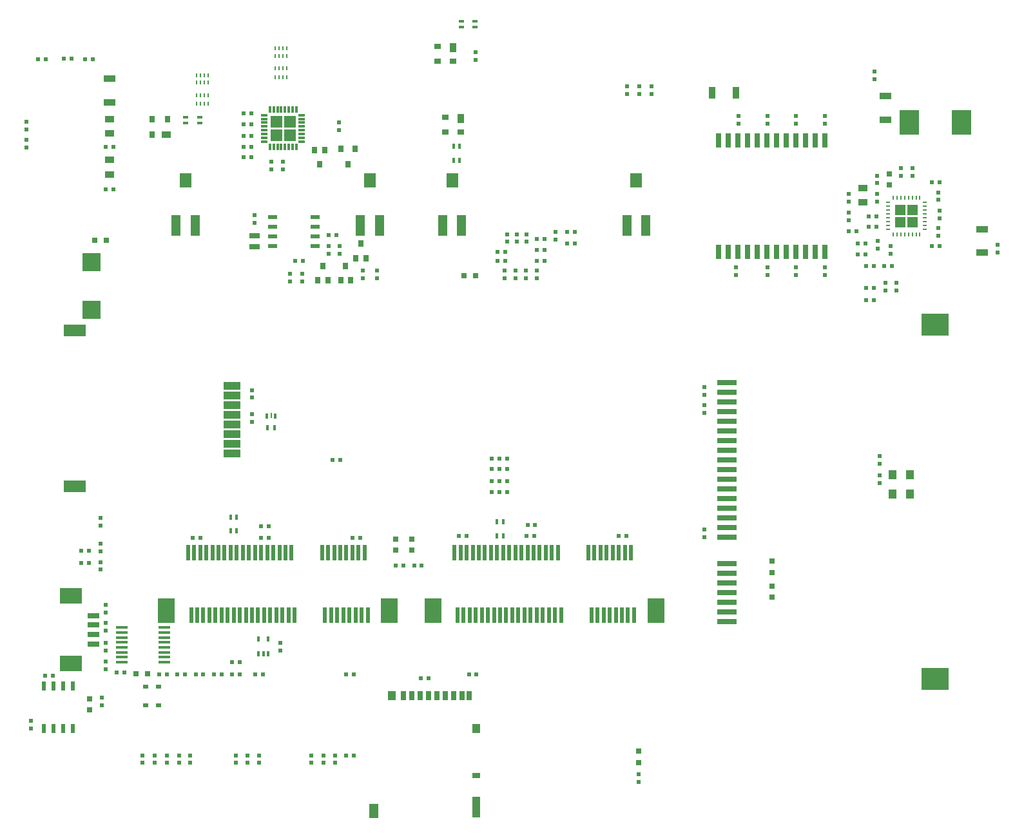
<source format=gbp>
%FSLAX44Y44*%
%MOMM*%
G71*
G01*
G75*
G04 Layer_Color=128*
%ADD10R,0.2500X0.8000*%
%ADD11R,0.4000X0.6500*%
%ADD12R,0.3250X0.6500*%
%ADD13R,0.6000X0.5000*%
%ADD14R,1.2000X1.1500*%
%ADD15R,2.5000X3.3000*%
%ADD16R,1.8288X3.4290*%
%ADD17R,0.6400X4.7000*%
%ADD18R,0.6400X2.5400*%
%ADD19R,1.4500X0.3000*%
%ADD20R,0.8500X0.2800*%
%ADD21R,0.2800X0.8500*%
%ADD22R,3.1500X3.1500*%
%ADD23R,3.5000X3.5000*%
%ADD24R,0.8500X0.3000*%
%ADD25R,0.3000X0.8500*%
%ADD26R,3.5000X3.5000*%
%ADD27R,1.0400X0.3800*%
%ADD28R,1.0000X0.2800*%
%ADD29R,0.2800X1.0000*%
%ADD30R,3.7000X3.7000*%
%ADD31R,0.8000X0.2400*%
%ADD32R,0.2400X0.8000*%
%ADD33R,2.2000X2.2000*%
%ADD34R,1.0000X0.5500*%
%ADD35R,1.2000X0.5800*%
%ADD36R,0.5800X1.2000*%
%ADD37R,0.9000X0.7000*%
%ADD38R,0.7000X0.9000*%
%ADD39C,1.0160*%
%ADD40R,1.9000X2.6000*%
%ADD41R,0.2800X1.4000*%
%ADD42R,0.8000X0.8000*%
%ADD43R,0.7500X0.4000*%
%ADD44R,0.9000X1.2000*%
%ADD45R,0.9000X0.8000*%
%ADD46R,0.6858X0.5588*%
%ADD47R,0.5000X0.6000*%
%ADD48R,1.6000X0.3000*%
%ADD49R,2.3700X2.4300*%
%ADD50R,2.4300X2.3700*%
%ADD51R,1.6000X0.9000*%
%ADD52R,0.9000X1.6000*%
%ADD53R,0.9000X1.3000*%
%ADD54R,1.3000X0.9000*%
%ADD55R,0.8000X0.8000*%
%ADD56R,0.5000X0.5000*%
%ADD57R,0.5000X0.5000*%
%ADD58R,0.3000X2.6000*%
%ADD59R,0.6000X1.0500*%
%ADD60R,0.7000X0.2800*%
%ADD61R,2.3368X1.6500*%
%ADD62O,0.2800X0.8500*%
%ADD63R,1.2000X0.9000*%
%ADD64R,0.8000X0.9000*%
%ADD65R,2.7000X1.4000*%
%ADD66R,0.7000X2.0000*%
%ADD67R,1.2000X1.2000*%
%ADD68R,1.5000X2.6000*%
%ADD69R,1.0000X2.6000*%
%ADD70R,1.9000X1.8000*%
%ADD71R,1.3500X0.4000*%
%ADD72R,2.9500X1.5000*%
%ADD73R,2.3000X1.0000*%
%ADD74R,2.0000X1.2500*%
%ADD75R,1.7000X0.8000*%
%ADD76C,0.2500*%
%ADD77C,0.3000*%
%ADD78C,0.5000*%
%ADD79C,0.2800*%
%ADD80C,0.4000*%
%ADD81C,0.2400*%
%ADD82C,0.8000*%
%ADD83C,0.5800*%
%ADD84C,0.6000*%
%ADD85C,0.4300*%
%ADD86C,0.3500*%
%ADD87C,1.0000*%
%ADD88C,0.2830*%
%ADD89C,1.7000*%
%ADD90C,5.0000*%
%ADD91O,4.0000X5.0000*%
%ADD92R,1.7000X1.7000*%
%ADD93R,1.7000X1.7000*%
%ADD94C,7.4000*%
%ADD95C,5.2000*%
%ADD96C,1.4000*%
%ADD97R,1.4000X1.4000*%
%ADD98R,2.0000X1.6000*%
%ADD99O,2.0000X1.6000*%
%ADD100R,1.6000X2.0000*%
%ADD101O,1.6000X2.0000*%
%ADD102C,1.3000*%
%ADD103C,2.0000*%
%ADD104O,1.3000X1.1000*%
%ADD105C,2.4000*%
%ADD106O,1.6000X2.0000*%
%ADD107R,1.6000X2.0000*%
%ADD108C,1.9000*%
%ADD109R,1.9000X1.9000*%
%ADD110C,3.6000*%
%ADD111R,3.6000X3.6000*%
%ADD112C,1.8000*%
%ADD113C,2.2000*%
%ADD114C,2.7000*%
%ADD115C,3.2500*%
%ADD116C,1.5748*%
%ADD117C,3.0000*%
%ADD118C,1.5240*%
%ADD119O,3.3000X4.0000*%
%ADD120C,3.0000*%
G04:AMPARAMS|DCode=121|XSize=1.25mm|YSize=1.1mm|CornerRadius=0.462mm|HoleSize=0mm|Usage=FLASHONLY|Rotation=0.000|XOffset=0mm|YOffset=0mm|HoleType=Round|Shape=RoundedRectangle|*
%AMROUNDEDRECTD121*
21,1,1.2500,0.1760,0,0,0.0*
21,1,0.3260,1.1000,0,0,0.0*
1,1,0.9240,0.1630,-0.0880*
1,1,0.9240,-0.1630,-0.0880*
1,1,0.9240,-0.1630,0.0880*
1,1,0.9240,0.1630,0.0880*
%
%ADD121ROUNDEDRECTD121*%
G04:AMPARAMS|DCode=122|XSize=1.9mm|YSize=2.425mm|CornerRadius=0.57mm|HoleSize=0mm|Usage=FLASHONLY|Rotation=0.000|XOffset=0mm|YOffset=0mm|HoleType=Round|Shape=RoundedRectangle|*
%AMROUNDEDRECTD122*
21,1,1.9000,1.2850,0,0,0.0*
21,1,0.7600,2.4250,0,0,0.0*
1,1,1.1400,0.3800,-0.6425*
1,1,1.1400,-0.3800,-0.6425*
1,1,1.1400,-0.3800,0.6425*
1,1,1.1400,0.3800,0.6425*
%
%ADD122ROUNDEDRECTD122*%
%ADD123R,1.5000X1.5000*%
%ADD124C,1.5000*%
%ADD125C,0.4500*%
%ADD126C,1.0000*%
%ADD127C,1.0000*%
%ADD128C,1.6000*%
G04:AMPARAMS|DCode=129|XSize=2mm|YSize=2mm|CornerRadius=0mm|HoleSize=0mm|Usage=FLASHONLY|Rotation=0.000|XOffset=0mm|YOffset=0mm|HoleType=Round|Shape=Relief|Width=0.5mm|Gap=0.2mm|Entries=4|*
%AMTHD129*
7,0,0,2.0000,1.6000,0.5000,45*
%
%ADD129THD129*%
%ADD130C,2.2000*%
%ADD131C,3.8000*%
G04:AMPARAMS|DCode=132|XSize=3.7mm|YSize=3.7mm|CornerRadius=0mm|HoleSize=0mm|Usage=FLASHONLY|Rotation=0.000|XOffset=0mm|YOffset=0mm|HoleType=Round|Shape=Relief|Width=0.5mm|Gap=0.2mm|Entries=4|*
%AMTHD132*
7,0,0,3.7000,3.3000,0.5000,45*
%
%ADD132THD132*%
G04:AMPARAMS|DCode=133|XSize=2.1mm|YSize=2.1mm|CornerRadius=0mm|HoleSize=0mm|Usage=FLASHONLY|Rotation=0.000|XOffset=0mm|YOffset=0mm|HoleType=Round|Shape=Relief|Width=0.5mm|Gap=0.2mm|Entries=4|*
%AMTHD133*
7,0,0,2.1000,1.7000,0.5000,45*
%
%ADD133THD133*%
%ADD134C,1.6500*%
G04:AMPARAMS|DCode=135|XSize=4.2mm|YSize=4.2mm|CornerRadius=0mm|HoleSize=0mm|Usage=FLASHONLY|Rotation=0.000|XOffset=0mm|YOffset=0mm|HoleType=Round|Shape=Relief|Width=0.5mm|Gap=0.2mm|Entries=4|*
%AMTHD135*
7,0,0,4.2000,3.8000,0.5000,45*
%
%ADD135THD135*%
G04:AMPARAMS|DCode=136|XSize=1.8mm|YSize=1.8mm|CornerRadius=0mm|HoleSize=0mm|Usage=FLASHONLY|Rotation=0.000|XOffset=0mm|YOffset=0mm|HoleType=Round|Shape=Relief|Width=0.5mm|Gap=0.2mm|Entries=4|*
%AMTHD136*
7,0,0,1.8000,1.4000,0.5000,45*
%
%ADD136THD136*%
G04:AMPARAMS|DCode=137|XSize=3.2mm|YSize=3.2mm|CornerRadius=0mm|HoleSize=0mm|Usage=FLASHONLY|Rotation=0.000|XOffset=0mm|YOffset=0mm|HoleType=Round|Shape=Relief|Width=0.5mm|Gap=0.2mm|Entries=4|*
%AMTHD137*
7,0,0,3.2000,2.8000,0.5000,45*
%
%ADD137THD137*%
G04:AMPARAMS|DCode=138|XSize=1.74mm|YSize=1.74mm|CornerRadius=0mm|HoleSize=0mm|Usage=FLASHONLY|Rotation=0.000|XOffset=0mm|YOffset=0mm|HoleType=Round|Shape=Relief|Width=0.5mm|Gap=0.2mm|Entries=4|*
%AMTHD138*
7,0,0,1.7400,1.3400,0.5000,45*
%
%ADD138THD138*%
G04:AMPARAMS|DCode=139|XSize=2.35mm|YSize=2.35mm|CornerRadius=0mm|HoleSize=0mm|Usage=FLASHONLY|Rotation=0.000|XOffset=0mm|YOffset=0mm|HoleType=Round|Shape=Relief|Width=0.5mm|Gap=0.2mm|Entries=4|*
%AMTHD139*
7,0,0,2.3500,1.9500,0.5000,45*
%
%ADD139THD139*%
%ADD140C,1.3400*%
G04:AMPARAMS|DCode=141|XSize=2.6mm|YSize=2.6mm|CornerRadius=0mm|HoleSize=0mm|Usage=FLASHONLY|Rotation=0.000|XOffset=0mm|YOffset=0mm|HoleType=Round|Shape=Relief|Width=0.5mm|Gap=0.2mm|Entries=4|*
%AMTHD141*
7,0,0,2.6000,2.2000,0.5000,45*
%
%ADD141THD141*%
%ADD142C,1.6900*%
G04:AMPARAMS|DCode=143|XSize=4.18mm|YSize=4.18mm|CornerRadius=0mm|HoleSize=0mm|Usage=FLASHONLY|Rotation=0.000|XOffset=0mm|YOffset=0mm|HoleType=Round|Shape=Relief|Width=0.5mm|Gap=0.2mm|Entries=4|*
%AMTHD143*
7,0,0,4.1800,3.7800,0.5000,45*
%
%ADD143THD143*%
G04:AMPARAMS|DCode=144|XSize=2.09mm|YSize=2.09mm|CornerRadius=0mm|HoleSize=0mm|Usage=FLASHONLY|Rotation=0.000|XOffset=0mm|YOffset=0mm|HoleType=Round|Shape=Relief|Width=0.5mm|Gap=0.2mm|Entries=4|*
%AMTHD144*
7,0,0,2.0900,1.6900,0.5000,45*
%
%ADD144THD144*%
%ADD145C,2.4000*%
G04:AMPARAMS|DCode=146|XSize=2.8mm|YSize=2.8mm|CornerRadius=0mm|HoleSize=0mm|Usage=FLASHONLY|Rotation=0.000|XOffset=0mm|YOffset=0mm|HoleType=Round|Shape=Relief|Width=0.5mm|Gap=0.2mm|Entries=4|*
%AMTHD146*
7,0,0,2.8000,2.4000,0.5000,45*
%
%ADD146THD146*%
G04:AMPARAMS|DCode=147|XSize=2.3mm|YSize=2.3mm|CornerRadius=0mm|HoleSize=0mm|Usage=FLASHONLY|Rotation=0.000|XOffset=0mm|YOffset=0mm|HoleType=Round|Shape=Relief|Width=0.5mm|Gap=0.2mm|Entries=4|*
%AMTHD147*
7,0,0,2.3000,1.9000,0.5000,45*
%
%ADD147THD147*%
%ADD148C,3.8500*%
%ADD149C,1.9500*%
G04:AMPARAMS|DCode=150|XSize=3.3mm|YSize=3.3mm|CornerRadius=0mm|HoleSize=0mm|Usage=FLASHONLY|Rotation=0.000|XOffset=0mm|YOffset=0mm|HoleType=Round|Shape=Relief|Width=0.5mm|Gap=0.2mm|Entries=4|*
%AMTHD150*
7,0,0,3.3000,2.9000,0.5000,45*
%
%ADD150THD150*%
%ADD151C,2.3500*%
G04:AMPARAMS|DCode=152|XSize=3.4mm|YSize=3.4mm|CornerRadius=0mm|HoleSize=0mm|Usage=FLASHONLY|Rotation=0.000|XOffset=0mm|YOffset=0mm|HoleType=Round|Shape=Relief|Width=0.5mm|Gap=0.2mm|Entries=4|*
%AMTHD152*
7,0,0,3.4000,3.0000,0.5000,45*
%
%ADD152THD152*%
G04:AMPARAMS|DCode=153|XSize=4mm|YSize=4mm|CornerRadius=0mm|HoleSize=0mm|Usage=FLASHONLY|Rotation=0.000|XOffset=0mm|YOffset=0mm|HoleType=Round|Shape=Relief|Width=0.5mm|Gap=0.2mm|Entries=4|*
%AMTHD153*
7,0,0,4.0000,3.6000,0.5000,45*
%
%ADD153THD153*%
G04:AMPARAMS|DCode=154|XSize=3mm|YSize=3mm|CornerRadius=0mm|HoleSize=0mm|Usage=FLASHONLY|Rotation=0.000|XOffset=0mm|YOffset=0mm|HoleType=Round|Shape=Relief|Width=0.5mm|Gap=0.2mm|Entries=4|*
%AMTHD154*
7,0,0,3.0000,2.6000,0.5000,45*
%
%ADD154THD154*%
%ADD155C,2.1500*%
G04:AMPARAMS|DCode=156|XSize=1.85mm|YSize=1.85mm|CornerRadius=0mm|HoleSize=0mm|Usage=FLASHONLY|Rotation=0.000|XOffset=0mm|YOffset=0mm|HoleType=Round|Shape=Relief|Width=0.5mm|Gap=0.2mm|Entries=4|*
%AMTHD156*
7,0,0,1.8500,1.4500,0.5000,45*
%
%ADD156THD156*%
%ADD157C,2.0000*%
%ADD158C,2.9500*%
G04:AMPARAMS|DCode=159|XSize=1.7mm|YSize=1.7mm|CornerRadius=0mm|HoleSize=0mm|Usage=FLASHONLY|Rotation=0.000|XOffset=0mm|YOffset=0mm|HoleType=Round|Shape=Relief|Width=0.5mm|Gap=0.2mm|Entries=4|*
%AMTHD159*
7,0,0,1.7000,1.3000,0.5000,45*
%
%ADD159THD159*%
G04:AMPARAMS|DCode=160|XSize=1.9mm|YSize=1.9mm|CornerRadius=0mm|HoleSize=0mm|Usage=FLASHONLY|Rotation=0.000|XOffset=0mm|YOffset=0mm|HoleType=Round|Shape=Relief|Width=0.5mm|Gap=0.2mm|Entries=4|*
%AMTHD160*
7,0,0,1.9000,1.5000,0.5000,45*
%
%ADD160THD160*%
%ADD161C,0.8000*%
%ADD162C,1.1000*%
%ADD163C,0.2000*%
%ADD164R,2.3000X3.2000*%
%ADD165R,0.6000X2.0000*%
%ADD166R,0.2500X0.6000*%
%ADD167R,3.3000X3.3000*%
%ADD168R,0.6000X0.2300*%
%ADD169R,0.2300X0.6000*%
%ADD170R,0.2500X0.5000*%
%ADD171R,1.6000X0.3500*%
%ADD172R,1.6000X0.8000*%
%ADD173R,3.0000X2.1000*%
%ADD174R,0.7620X1.9050*%
%ADD175R,3.6000X3.0000*%
%ADD176R,2.5000X0.8000*%
%ADD177R,0.4000X0.7500*%
%ADD178C,0.6350*%
%ADD179R,1.4000X0.7500*%
%ADD180R,1.1000X1.2000*%
%ADD181R,1.2000X2.7000*%
%ADD182R,1.5000X1.9000*%
%ADD183R,1.0000X1.2000*%
%ADD184R,1.0000X0.8001*%
%ADD185R,1.0000X2.8001*%
%ADD186R,1.3000X1.8999*%
%ADD187R,1.0000X1.2000*%
%ADD188R,0.7000X1.2000*%
%ADD189C,0.2300*%
%ADD190C,0.2200*%
%ADD191C,0.2540*%
%ADD192C,0.2032*%
%ADD193C,0.1500*%
%ADD194R,1.4000X1.4000*%
%ADD195R,1.6000X1.6000*%
%ADD196R,1.6000X1.6000*%
%ADD197R,1.6000X1.6000*%
%ADD198R,1.6000X1.6000*%
%ADD199R,1.0414X0.6604*%
%ADD200R,0.3500X0.9000*%
%ADD201R,0.5000X0.7500*%
%ADD202R,0.4250X0.7500*%
%ADD203R,0.8032X0.7032*%
%ADD204R,1.4032X1.3532*%
%ADD205R,2.7032X3.5032*%
%ADD206R,2.0320X3.6322*%
%ADD207R,0.6908X4.7508*%
%ADD208R,0.6908X2.5908*%
%ADD209R,1.5008X0.3508*%
%ADD210R,0.9000X0.3300*%
%ADD211R,0.3300X0.9000*%
%ADD212R,3.2008X3.2008*%
%ADD213R,3.5508X3.5508*%
%ADD214R,0.9008X0.3508*%
%ADD215R,0.3508X0.9008*%
%ADD216R,3.5508X3.5508*%
%ADD217R,1.1924X0.5324*%
%ADD218R,1.0500X0.3300*%
%ADD219R,0.3300X1.0500*%
%ADD220R,3.7508X3.7508*%
%ADD221R,0.8508X0.2908*%
%ADD222R,0.2908X0.8508*%
%ADD223R,2.2508X2.2508*%
%ADD224R,1.2032X0.7532*%
%ADD225R,1.4032X0.7832*%
%ADD226R,0.7832X1.4032*%
%ADD227R,1.1032X0.9032*%
%ADD228R,0.9032X1.1032*%
%ADD229C,3.0480*%
%ADD230R,2.1032X2.8032*%
%ADD231R,0.3308X1.4508*%
%ADD232R,1.0032X1.0032*%
%ADD233R,0.9024X0.5524*%
%ADD234R,1.1032X1.4032*%
%ADD235R,1.1032X1.0032*%
%ADD236R,0.8382X0.7112*%
%ADD237R,0.8008X0.4508*%
%ADD238R,0.7032X0.8032*%
%ADD239R,1.7400X0.4400*%
%ADD240R,2.5732X2.6332*%
%ADD241R,2.6332X2.5732*%
%ADD242R,1.8032X1.1032*%
%ADD243R,1.1032X1.8032*%
%ADD244R,1.1032X1.5032*%
%ADD245R,1.5032X1.1032*%
%ADD246R,1.0032X1.0032*%
%ADD247R,0.7032X0.7032*%
%ADD248R,0.7032X0.7032*%
%ADD249R,0.3508X2.6508*%
%ADD250R,0.7400X1.1900*%
%ADD251R,0.9540X0.5340*%
%ADD252R,2.3876X1.7008*%
%ADD253O,0.3308X0.9008*%
%ADD254R,1.4032X1.1032*%
%ADD255R,1.0032X1.1032*%
%ADD256R,2.9032X1.6032*%
%ADD257R,0.9032X2.2032*%
%ADD258R,1.4032X1.4032*%
%ADD259R,1.7032X2.8032*%
%ADD260R,1.2032X2.8032*%
%ADD261R,2.1032X2.0032*%
%ADD262R,1.4008X0.4508*%
%ADD263R,3.1532X1.7032*%
%ADD264R,2.4020X1.1020*%
%ADD265R,2.2032X1.4532*%
%ADD266R,1.9032X1.0032*%
%ADD267C,1.9032*%
G04:AMPARAMS|DCode=268|XSize=0.2032mm|YSize=0.2032mm|CornerRadius=0mm|HoleSize=0mm|Usage=FLASHONLY|Rotation=90.000|XOffset=0mm|YOffset=0mm|HoleType=Round|Shape=RoundedRectangle|*
%AMROUNDEDRECTD268*
21,1,0.2032,0.2032,0,0,90.0*
21,1,0.2032,0.2032,0,0,90.0*
1,1,0.0000,0.1016,0.1016*
1,1,0.0000,0.1016,-0.1016*
1,1,0.0000,-0.1016,-0.1016*
1,1,0.0000,-0.1016,0.1016*
%
%ADD268ROUNDEDRECTD268*%
%ADD269C,5.2032*%
%ADD270O,4.2032X5.2032*%
%ADD271R,1.9032X1.9032*%
%ADD272R,1.9032X1.9032*%
%ADD273C,0.2032*%
%ADD274C,7.4508*%
%ADD275C,5.4032*%
%ADD276C,1.6032*%
%ADD277R,1.6032X1.6032*%
%ADD278R,2.2032X1.8032*%
%ADD279O,2.2032X1.8032*%
%ADD280R,1.8032X2.2032*%
%ADD281O,1.8032X2.2032*%
%ADD282C,1.5032*%
%ADD283C,2.2032*%
%ADD284O,1.5032X1.3032*%
%ADD285C,2.6032*%
%ADD286O,1.8032X2.2032*%
%ADD287R,1.8032X2.2032*%
%ADD288C,2.1032*%
%ADD289R,2.1032X2.1032*%
%ADD290C,3.8032*%
%ADD291R,3.8032X3.8032*%
%ADD292C,2.0032*%
%ADD293C,2.4032*%
%ADD294C,2.9032*%
%ADD295C,3.4532*%
%ADD296C,1.7780*%
%ADD297C,5.0508*%
%ADD298C,3.2032*%
%ADD299C,1.7272*%
%ADD300O,3.5032X4.2032*%
%ADD301C,3.2032*%
G04:AMPARAMS|DCode=302|XSize=1.33mm|YSize=1.18mm|CornerRadius=0.502mm|HoleSize=0mm|Usage=FLASHONLY|Rotation=0.000|XOffset=0mm|YOffset=0mm|HoleType=Round|Shape=RoundedRectangle|*
%AMROUNDEDRECTD302*
21,1,1.3300,0.1760,0,0,0.0*
21,1,0.3260,1.1800,0,0,0.0*
1,1,1.0040,0.1630,-0.0880*
1,1,1.0040,-0.1630,-0.0880*
1,1,1.0040,-0.1630,0.0880*
1,1,1.0040,0.1630,0.0880*
%
%ADD302ROUNDEDRECTD302*%
G04:AMPARAMS|DCode=303|XSize=2.1032mm|YSize=2.6282mm|CornerRadius=0.6716mm|HoleSize=0mm|Usage=FLASHONLY|Rotation=0.000|XOffset=0mm|YOffset=0mm|HoleType=Round|Shape=RoundedRectangle|*
%AMROUNDEDRECTD303*
21,1,2.1032,1.2850,0,0,0.0*
21,1,0.7600,2.6282,0,0,0.0*
1,1,1.3432,0.3800,-0.6425*
1,1,1.3432,-0.3800,-0.6425*
1,1,1.3432,-0.3800,0.6425*
1,1,1.3432,0.3800,0.6425*
%
%ADD303ROUNDEDRECTD303*%
G04:AMPARAMS|DCode=304|XSize=0.2032mm|YSize=0.2032mm|CornerRadius=0mm|HoleSize=0mm|Usage=FLASHONLY|Rotation=180.000|XOffset=0mm|YOffset=0mm|HoleType=Round|Shape=RoundedRectangle|*
%AMROUNDEDRECTD304*
21,1,0.2032,0.2032,0,0,180.0*
21,1,0.2032,0.2032,0,0,180.0*
1,1,0.0000,-0.1016,0.1016*
1,1,0.0000,0.1016,0.1016*
1,1,0.0000,0.1016,-0.1016*
1,1,0.0000,-0.1016,-0.1016*
%
%ADD304ROUNDEDRECTD304*%
%ADD305R,1.7032X1.7032*%
%ADD306C,1.7032*%
%ADD307R,2.5032X3.4032*%
%ADD308R,0.7000X2.1000*%
%ADD309R,0.3008X0.6508*%
%ADD310R,3.4016X3.4016*%
%ADD311R,0.7016X0.3316*%
%ADD312R,0.3316X0.7016*%
%ADD313R,0.3008X0.5508*%
%ADD314R,1.7400X0.4900*%
%ADD315R,1.8032X1.0032*%
%ADD316R,3.2032X2.3032*%
%ADD317R,0.9652X2.1082*%
%ADD318R,3.8032X3.2032*%
%ADD319R,2.7032X1.0032*%
%ADD320R,0.5524X0.9024*%
%ADD321C,0.7366*%
%ADD322R,0.4508X0.8008*%
%ADD323R,1.6032X0.9532*%
%ADD324R,1.3032X1.4032*%
%ADD325R,1.4032X2.9032*%
%ADD326R,1.7032X2.1032*%
%ADD327R,1.2032X1.4032*%
%ADD328R,1.2032X1.0033*%
%ADD329R,1.2032X3.0033*%
%ADD330R,1.5032X2.1031*%
%ADD331R,1.2032X1.4032*%
%ADD332R,0.8400X1.3400*%
%ADD333R,0.9032X1.4032*%
D10*
X331000Y531251D02*
D03*
D11*
X326000Y515501D02*
D03*
X336000D02*
D03*
D12*
X325620Y530501D02*
D03*
X336380D02*
D03*
D13*
X470000Y712000D02*
D03*
Y722000D02*
D03*
X400000Y75000D02*
D03*
Y85000D02*
D03*
X384000Y85000D02*
D03*
Y75000D02*
D03*
X285000Y75000D02*
D03*
Y85000D02*
D03*
X315000Y75000D02*
D03*
Y85000D02*
D03*
X210000Y75000D02*
D03*
Y85000D02*
D03*
X194000Y85000D02*
D03*
Y75000D02*
D03*
X1138000Y706000D02*
D03*
Y696000D02*
D03*
X1153000Y696000D02*
D03*
Y706000D02*
D03*
X1174000Y847000D02*
D03*
Y857000D02*
D03*
X1145000Y744000D02*
D03*
Y754000D02*
D03*
X1159000Y847000D02*
D03*
Y857000D02*
D03*
X1208000Y815000D02*
D03*
Y825000D02*
D03*
Y768000D02*
D03*
Y778000D02*
D03*
X1090000Y788000D02*
D03*
Y798000D02*
D03*
Y823000D02*
D03*
Y813000D02*
D03*
X1127000Y837000D02*
D03*
Y847000D02*
D03*
X372000Y708000D02*
D03*
Y718000D02*
D03*
X309000Y795000D02*
D03*
Y785000D02*
D03*
X420000Y907000D02*
D03*
Y917000D02*
D03*
X331000Y855000D02*
D03*
Y865000D02*
D03*
X347000Y855000D02*
D03*
Y865000D02*
D03*
X945000Y925000D02*
D03*
Y915000D02*
D03*
X983000Y925000D02*
D03*
Y915000D02*
D03*
X1021000Y925000D02*
D03*
Y915000D02*
D03*
X1059000Y925000D02*
D03*
Y915000D02*
D03*
X107000Y339000D02*
D03*
Y329000D02*
D03*
Y353000D02*
D03*
Y363000D02*
D03*
X900000Y569000D02*
D03*
Y559000D02*
D03*
Y382000D02*
D03*
Y372000D02*
D03*
X10000Y884000D02*
D03*
Y894000D02*
D03*
X799000Y954000D02*
D03*
Y964000D02*
D03*
X815000Y954000D02*
D03*
Y964000D02*
D03*
X831000Y954000D02*
D03*
Y964000D02*
D03*
X178000Y85000D02*
D03*
Y75000D02*
D03*
X162000Y75000D02*
D03*
Y85000D02*
D03*
X705000Y773000D02*
D03*
Y763000D02*
D03*
X452000Y722000D02*
D03*
Y712000D02*
D03*
X356000Y708000D02*
D03*
Y718000D02*
D03*
X107000Y387000D02*
D03*
Y397000D02*
D03*
D15*
X1238500Y917000D02*
D03*
X1169500D02*
D03*
D24*
X371500Y926500D02*
D03*
Y921500D02*
D03*
Y916500D02*
D03*
Y911500D02*
D03*
Y906500D02*
D03*
Y901500D02*
D03*
Y896500D02*
D03*
Y891500D02*
D03*
X322500D02*
D03*
Y896500D02*
D03*
Y901500D02*
D03*
Y906500D02*
D03*
Y911500D02*
D03*
Y916500D02*
D03*
Y921500D02*
D03*
Y926500D02*
D03*
D25*
X329500Y933500D02*
D03*
X334500D02*
D03*
X339500D02*
D03*
X344500D02*
D03*
X349500D02*
D03*
X354500D02*
D03*
X359500D02*
D03*
X364500D02*
D03*
Y884500D02*
D03*
X359500D02*
D03*
X354500D02*
D03*
X349500D02*
D03*
X344500D02*
D03*
X339500D02*
D03*
X334500D02*
D03*
X329500D02*
D03*
D35*
X333000Y753950D02*
D03*
Y766650D02*
D03*
Y779350D02*
D03*
Y792050D02*
D03*
X389000Y753950D02*
D03*
Y766650D02*
D03*
Y779350D02*
D03*
Y792050D02*
D03*
D36*
X32950Y176000D02*
D03*
X45650D02*
D03*
X58350D02*
D03*
X71050D02*
D03*
X32950Y120000D02*
D03*
X45650D02*
D03*
X58350D02*
D03*
X71050D02*
D03*
D38*
X388500Y880500D02*
D03*
X401500D02*
D03*
X395000Y861500D02*
D03*
X455500Y738500D02*
D03*
X442500D02*
D03*
X449000Y757500D02*
D03*
X435500Y709500D02*
D03*
X422500D02*
D03*
X429000Y728500D02*
D03*
X405500Y709500D02*
D03*
X392500D02*
D03*
X399000Y728500D02*
D03*
D42*
X516000Y354500D02*
D03*
Y369500D02*
D03*
X1143000Y834500D02*
D03*
Y849500D02*
D03*
X814000Y75500D02*
D03*
Y90500D02*
D03*
X93000Y144500D02*
D03*
Y159500D02*
D03*
X495000Y354500D02*
D03*
Y369500D02*
D03*
X989000Y325500D02*
D03*
Y340500D02*
D03*
Y307500D02*
D03*
Y292500D02*
D03*
D43*
X580750Y1042000D02*
D03*
Y1050000D02*
D03*
X599250Y1042000D02*
D03*
Y1050000D02*
D03*
X218750Y916000D02*
D03*
Y924000D02*
D03*
X237250Y916000D02*
D03*
Y924000D02*
D03*
D44*
X580000Y922000D02*
D03*
X570000Y1015000D02*
D03*
D45*
X580000Y904000D02*
D03*
X560000Y924000D02*
D03*
Y904000D02*
D03*
X570000Y997000D02*
D03*
X550000Y1017000D02*
D03*
Y997000D02*
D03*
D46*
X166000Y175192D02*
D03*
Y150808D02*
D03*
X183000Y175192D02*
D03*
Y150808D02*
D03*
D47*
X1112000Y743000D02*
D03*
X1102000D02*
D03*
X1090000Y774000D02*
D03*
X1100000D02*
D03*
X1137000Y728000D02*
D03*
X1147000D02*
D03*
X1113000Y699000D02*
D03*
X1123000D02*
D03*
X1102000Y758000D02*
D03*
X1112000D02*
D03*
X1113000Y728000D02*
D03*
X1123000D02*
D03*
X232000Y191000D02*
D03*
X242000D02*
D03*
X320000D02*
D03*
X310000D02*
D03*
X280000D02*
D03*
X290000D02*
D03*
X430000D02*
D03*
X440000D02*
D03*
X266000D02*
D03*
X256000D02*
D03*
X417000Y769000D02*
D03*
X407000D02*
D03*
X601000Y191000D02*
D03*
X591000D02*
D03*
X680000Y764000D02*
D03*
X690000D02*
D03*
X720000Y773000D02*
D03*
X730000D02*
D03*
X318000Y386000D02*
D03*
X328000D02*
D03*
X82000Y338000D02*
D03*
X92000D02*
D03*
X82000Y354000D02*
D03*
X92000D02*
D03*
X641000Y431000D02*
D03*
X631000D02*
D03*
X621000Y431000D02*
D03*
X631000D02*
D03*
X641000Y445000D02*
D03*
X631000D02*
D03*
X621000D02*
D03*
X631000D02*
D03*
X641000Y475000D02*
D03*
X631000D02*
D03*
X621000D02*
D03*
X631000D02*
D03*
X641000Y461000D02*
D03*
X631000D02*
D03*
X621000D02*
D03*
X631000D02*
D03*
X124000Y829000D02*
D03*
X114000D02*
D03*
X59000Y1001000D02*
D03*
X69000D02*
D03*
X668000Y388000D02*
D03*
X678000D02*
D03*
X1113000Y683000D02*
D03*
X1123000D02*
D03*
X363000Y735000D02*
D03*
X373000D02*
D03*
X184000Y191000D02*
D03*
X194000D02*
D03*
X208000D02*
D03*
X218000D02*
D03*
X280000Y207000D02*
D03*
X290000D02*
D03*
D50*
X95000Y733200D02*
D03*
Y670800D02*
D03*
D51*
X1138000Y951500D02*
D03*
Y920500D02*
D03*
X1265000Y776500D02*
D03*
Y745500D02*
D03*
X119000Y943500D02*
D03*
Y974500D02*
D03*
D52*
X910500Y956000D02*
D03*
X941500D02*
D03*
D54*
X1109000Y811500D02*
D03*
Y830500D02*
D03*
X119000Y902500D02*
D03*
Y921500D02*
D03*
Y867500D02*
D03*
Y848500D02*
D03*
D55*
X584500Y715000D02*
D03*
X599500D02*
D03*
X114500Y762000D02*
D03*
X99500D02*
D03*
X153500Y192000D02*
D03*
X168500D02*
D03*
D56*
X1116000Y793000D02*
D03*
X1126000D02*
D03*
X1199000Y754000D02*
D03*
X1209000D02*
D03*
X1209000Y838000D02*
D03*
X1199000D02*
D03*
X1116000Y780000D02*
D03*
X1126000D02*
D03*
X295000Y885000D02*
D03*
X305000D02*
D03*
X295000Y914000D02*
D03*
X305000D02*
D03*
X295000Y929000D02*
D03*
X305000D02*
D03*
X305000Y871000D02*
D03*
X295000D02*
D03*
X295000Y899000D02*
D03*
X305000D02*
D03*
X528000Y186000D02*
D03*
X538000D02*
D03*
X422000Y473000D02*
D03*
X412000D02*
D03*
X629000Y747000D02*
D03*
X639000D02*
D03*
X639000Y735000D02*
D03*
X629000D02*
D03*
X690000D02*
D03*
X680000D02*
D03*
X680000Y749000D02*
D03*
X690000D02*
D03*
X720000Y758000D02*
D03*
X730000D02*
D03*
X34000Y190000D02*
D03*
X44000D02*
D03*
X519000Y334000D02*
D03*
X529000D02*
D03*
X677000Y373000D02*
D03*
X667000D02*
D03*
X798000D02*
D03*
X788000D02*
D03*
X578000D02*
D03*
X588000D02*
D03*
X505000Y334000D02*
D03*
X495000D02*
D03*
X448000Y371000D02*
D03*
X438000D02*
D03*
X124000Y885000D02*
D03*
X114000D02*
D03*
X87000Y1000000D02*
D03*
X97000D02*
D03*
X25000D02*
D03*
X35000D02*
D03*
X328000Y371000D02*
D03*
X318000D02*
D03*
X228000D02*
D03*
X238000D02*
D03*
X138000Y194000D02*
D03*
X128000D02*
D03*
X430000Y85000D02*
D03*
X440000D02*
D03*
D57*
X600000Y1009000D02*
D03*
Y999000D02*
D03*
X415000Y75000D02*
D03*
Y85000D02*
D03*
X300000Y75000D02*
D03*
Y85000D02*
D03*
X225000Y75000D02*
D03*
Y85000D02*
D03*
X1128000Y751000D02*
D03*
Y761000D02*
D03*
X1209000Y791000D02*
D03*
Y801000D02*
D03*
X1127000Y823000D02*
D03*
Y813000D02*
D03*
X814000Y50000D02*
D03*
Y60000D02*
D03*
X421000Y744000D02*
D03*
Y754000D02*
D03*
X407000Y744000D02*
D03*
Y754000D02*
D03*
X942000Y726000D02*
D03*
Y716000D02*
D03*
X983000Y726000D02*
D03*
Y716000D02*
D03*
X1021000Y726000D02*
D03*
Y716000D02*
D03*
X1124000Y984000D02*
D03*
Y974000D02*
D03*
X1059000Y726000D02*
D03*
Y716000D02*
D03*
X641000Y760000D02*
D03*
Y770000D02*
D03*
X667000Y760000D02*
D03*
Y770000D02*
D03*
X638000Y722000D02*
D03*
Y712000D02*
D03*
X652000Y722000D02*
D03*
Y712000D02*
D03*
X654000Y760000D02*
D03*
Y770000D02*
D03*
X680000Y712000D02*
D03*
Y722000D02*
D03*
X666000Y722000D02*
D03*
Y712000D02*
D03*
X1286000Y756000D02*
D03*
Y746000D02*
D03*
X16000Y120000D02*
D03*
Y130000D02*
D03*
X109000Y161000D02*
D03*
Y151000D02*
D03*
X900000Y545000D02*
D03*
Y535000D02*
D03*
X306000Y523000D02*
D03*
Y533000D02*
D03*
Y555000D02*
D03*
Y565000D02*
D03*
X10000Y918000D02*
D03*
Y908000D02*
D03*
X114000Y198000D02*
D03*
Y208000D02*
D03*
Y283000D02*
D03*
Y273000D02*
D03*
Y223000D02*
D03*
Y233000D02*
D03*
Y259000D02*
D03*
Y249000D02*
D03*
X343000Y223000D02*
D03*
Y233000D02*
D03*
X1131000Y443000D02*
D03*
Y453000D02*
D03*
X1131000Y468000D02*
D03*
Y478000D02*
D03*
D63*
X193000Y901000D02*
D03*
D64*
X432000Y862000D02*
D03*
X441500Y882000D02*
D03*
X422500D02*
D03*
X175000Y901000D02*
D03*
X195000Y921000D02*
D03*
X175000D02*
D03*
D72*
X73000Y643800D02*
D03*
Y438300D02*
D03*
D73*
X280000Y570900D02*
D03*
Y558200D02*
D03*
Y545500D02*
D03*
Y532800D02*
D03*
Y520100D02*
D03*
Y507400D02*
D03*
Y494700D02*
D03*
Y482000D02*
D03*
D97*
X1158000Y786001D02*
D03*
X1173999D02*
D03*
X1158000Y802000D02*
D03*
X1173999D02*
D03*
D164*
X836500Y275000D02*
D03*
X543500D02*
D03*
X486500D02*
D03*
X193500D02*
D03*
D165*
X572000Y351000D02*
D03*
X580000D02*
D03*
X588000D02*
D03*
X596000D02*
D03*
X604000D02*
D03*
X612000D02*
D03*
X620000D02*
D03*
X628000D02*
D03*
X636000D02*
D03*
X644000D02*
D03*
X652000D02*
D03*
X660000D02*
D03*
X668000D02*
D03*
X676000D02*
D03*
X684000D02*
D03*
X692000D02*
D03*
X700000D02*
D03*
X708000D02*
D03*
X748000D02*
D03*
X756000D02*
D03*
X764000D02*
D03*
X772000D02*
D03*
X780000D02*
D03*
X788000D02*
D03*
X796000D02*
D03*
X804000D02*
D03*
X576000Y269000D02*
D03*
X584000D02*
D03*
X592000D02*
D03*
X600000D02*
D03*
X608000D02*
D03*
X616000D02*
D03*
X624000D02*
D03*
X632000D02*
D03*
X640000D02*
D03*
X648000D02*
D03*
X656000D02*
D03*
X664000D02*
D03*
X672000D02*
D03*
X680000D02*
D03*
X688000D02*
D03*
X696000D02*
D03*
X704000D02*
D03*
X712000D02*
D03*
X752000D02*
D03*
X760000D02*
D03*
X768000D02*
D03*
X776000D02*
D03*
X784000D02*
D03*
X792000D02*
D03*
X800000D02*
D03*
X808000D02*
D03*
X222000Y351000D02*
D03*
X230000D02*
D03*
X238000D02*
D03*
X246000D02*
D03*
X254000D02*
D03*
X262000D02*
D03*
X270000D02*
D03*
X278000D02*
D03*
X286000D02*
D03*
X294000D02*
D03*
X302000D02*
D03*
X310000D02*
D03*
X318000D02*
D03*
X326000D02*
D03*
X334000D02*
D03*
X342000D02*
D03*
X350000D02*
D03*
X358000D02*
D03*
X398000D02*
D03*
X406000D02*
D03*
X414000D02*
D03*
X422000D02*
D03*
X430000D02*
D03*
X438000D02*
D03*
X446000D02*
D03*
X454000D02*
D03*
X226000Y269000D02*
D03*
X234000D02*
D03*
X242000D02*
D03*
X250000D02*
D03*
X258000D02*
D03*
X266000D02*
D03*
X274000D02*
D03*
X282000D02*
D03*
X290000D02*
D03*
X298000D02*
D03*
X306000D02*
D03*
X314000D02*
D03*
X322000D02*
D03*
X330000D02*
D03*
X338000D02*
D03*
X346000D02*
D03*
X354000D02*
D03*
X362000D02*
D03*
X402000D02*
D03*
X410000D02*
D03*
X418000D02*
D03*
X426000D02*
D03*
X434000D02*
D03*
X442000D02*
D03*
X450000D02*
D03*
X458000D02*
D03*
D166*
X233500Y952750D02*
D03*
X238500D02*
D03*
X243500D02*
D03*
X248500D02*
D03*
X233500Y941250D02*
D03*
X238500D02*
D03*
X243500D02*
D03*
X248500D02*
D03*
X336500Y987750D02*
D03*
X341500D02*
D03*
X346500D02*
D03*
X351500D02*
D03*
X336500Y976250D02*
D03*
X341500D02*
D03*
X346500D02*
D03*
X351500D02*
D03*
D168*
X1142000Y776500D02*
D03*
Y781500D02*
D03*
Y786500D02*
D03*
Y791500D02*
D03*
Y796500D02*
D03*
Y801500D02*
D03*
Y806500D02*
D03*
Y811500D02*
D03*
X1190000D02*
D03*
Y806500D02*
D03*
Y801500D02*
D03*
Y796500D02*
D03*
Y791500D02*
D03*
Y786500D02*
D03*
Y781500D02*
D03*
Y776500D02*
D03*
D169*
X1148500Y818000D02*
D03*
X1153500D02*
D03*
X1158500D02*
D03*
X1163500D02*
D03*
X1168500D02*
D03*
X1173500D02*
D03*
X1178500D02*
D03*
X1183500D02*
D03*
Y770000D02*
D03*
X1178500D02*
D03*
X1173500D02*
D03*
X1168500D02*
D03*
X1163500D02*
D03*
X1158500D02*
D03*
X1153500D02*
D03*
X1148500D02*
D03*
D170*
X336500Y1014000D02*
D03*
X341500D02*
D03*
X346500D02*
D03*
X351500D02*
D03*
X336500Y1004000D02*
D03*
X341500D02*
D03*
X346500D02*
D03*
X351500D02*
D03*
X233500Y979000D02*
D03*
X238500D02*
D03*
X243500D02*
D03*
X248500D02*
D03*
X233500Y969000D02*
D03*
X238500D02*
D03*
X243500D02*
D03*
X248500D02*
D03*
D171*
X135000Y207250D02*
D03*
Y213750D02*
D03*
Y220250D02*
D03*
Y226750D02*
D03*
Y233250D02*
D03*
Y239750D02*
D03*
Y246250D02*
D03*
Y252750D02*
D03*
X191000Y207250D02*
D03*
Y213750D02*
D03*
Y220250D02*
D03*
Y226750D02*
D03*
Y233250D02*
D03*
Y239750D02*
D03*
Y246250D02*
D03*
Y252750D02*
D03*
D172*
X97500Y268750D02*
D03*
Y256250D02*
D03*
Y243750D02*
D03*
Y231250D02*
D03*
D173*
X68500Y294250D02*
D03*
Y205750D02*
D03*
D174*
X1058850Y746975D02*
D03*
X1046150D02*
D03*
X1033450D02*
D03*
X1020750D02*
D03*
X1008050D02*
D03*
X995350D02*
D03*
X982650D02*
D03*
X969950D02*
D03*
X957250D02*
D03*
X944550D02*
D03*
X931850D02*
D03*
X919150D02*
D03*
X1058850Y893025D02*
D03*
X1046150D02*
D03*
X1033450D02*
D03*
X1020750D02*
D03*
X1008050D02*
D03*
X995350D02*
D03*
X982650D02*
D03*
X969950D02*
D03*
X957250D02*
D03*
X944550D02*
D03*
X931850D02*
D03*
X919150D02*
D03*
D175*
X1203500Y651000D02*
D03*
Y185000D02*
D03*
D176*
X930000Y260750D02*
D03*
Y273450D02*
D03*
Y286150D02*
D03*
Y298850D02*
D03*
Y311550D02*
D03*
Y324250D02*
D03*
Y336950D02*
D03*
Y575250D02*
D03*
Y562550D02*
D03*
Y549850D02*
D03*
Y537150D02*
D03*
Y524450D02*
D03*
Y511750D02*
D03*
Y499050D02*
D03*
Y486350D02*
D03*
Y473650D02*
D03*
Y460950D02*
D03*
Y448250D02*
D03*
Y435550D02*
D03*
Y422850D02*
D03*
Y410150D02*
D03*
Y397450D02*
D03*
Y384750D02*
D03*
Y372050D02*
D03*
D177*
X571000Y885250D02*
D03*
X579000D02*
D03*
X571000Y866750D02*
D03*
X579000D02*
D03*
X628000Y392250D02*
D03*
X636000D02*
D03*
X628000Y373750D02*
D03*
X636000D02*
D03*
X278000Y398250D02*
D03*
X286000D02*
D03*
X278000Y379750D02*
D03*
X286000D02*
D03*
X327500Y218500D02*
D03*
X321000D02*
D03*
X314500D02*
D03*
X327500Y237500D02*
D03*
X314500D02*
D03*
D179*
X309000Y768250D02*
D03*
Y753750D02*
D03*
D180*
X1170500Y453700D02*
D03*
Y428300D02*
D03*
X1147500Y453700D02*
D03*
Y428300D02*
D03*
D181*
X823500Y781500D02*
D03*
X798500D02*
D03*
X581500D02*
D03*
X556500D02*
D03*
X206500Y781500D02*
D03*
X231500D02*
D03*
X448500D02*
D03*
X473500D02*
D03*
D182*
X811000Y840500D02*
D03*
X569000D02*
D03*
X219000Y840500D02*
D03*
X461000D02*
D03*
D183*
X600999Y120000D02*
D03*
D184*
Y57999D02*
D03*
D185*
Y16498D02*
D03*
D186*
X465998Y11999D02*
D03*
D187*
X489498Y163000D02*
D03*
D188*
X591500D02*
D03*
X582000D02*
D03*
X571000D02*
D03*
X560000D02*
D03*
X549000D02*
D03*
X538000D02*
D03*
X527000D02*
D03*
X516000D02*
D03*
X505000D02*
D03*
D195*
X338000Y900001D02*
D03*
X355999Y917999D02*
D03*
D196*
X338000Y917999D02*
D03*
X355999Y900001D02*
D03*
M02*

</source>
